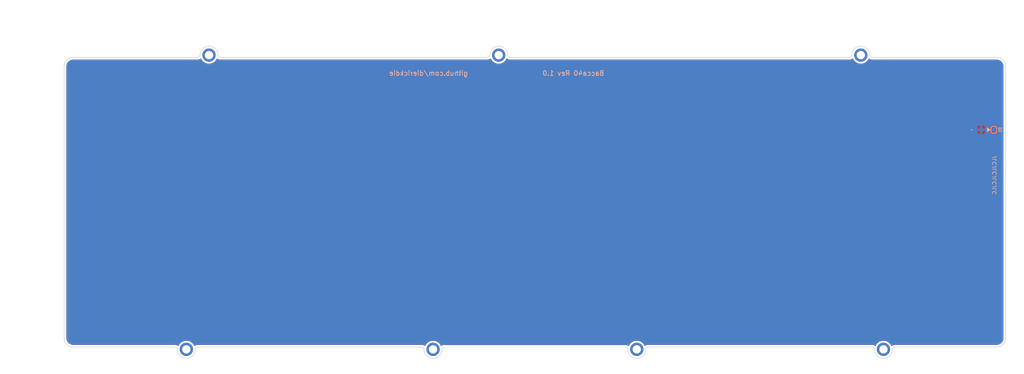
<source format=kicad_pcb>
(kicad_pcb (version 20171130) (host pcbnew "(5.1.10-1-10_14)")

  (general
    (thickness 1.6)
    (drawings 43)
    (tracks 2)
    (zones 0)
    (modules 8)
    (nets 3)
  )

  (page A3)
  (layers
    (0 F.Cu signal)
    (31 B.Cu signal)
    (32 B.Adhes user)
    (33 F.Adhes user)
    (34 B.Paste user)
    (35 F.Paste user)
    (36 B.SilkS user)
    (37 F.SilkS user)
    (38 B.Mask user)
    (39 F.Mask user)
    (40 Dwgs.User user)
    (41 Cmts.User user)
    (42 Eco1.User user)
    (43 Eco2.User user)
    (44 Edge.Cuts user)
    (45 Margin user)
    (46 B.CrtYd user)
    (47 F.CrtYd user)
    (48 B.Fab user hide)
    (49 F.Fab user hide)
  )

  (setup
    (last_trace_width 0.25)
    (user_trace_width 0.13)
    (user_trace_width 0.25)
    (user_trace_width 0.5)
    (user_trace_width 1)
    (trace_clearance 0.13)
    (zone_clearance 0.2)
    (zone_45_only no)
    (trace_min 0.13)
    (via_size 0.5)
    (via_drill 0.25)
    (via_min_size 0.5)
    (via_min_drill 0.25)
    (uvia_size 0.5)
    (uvia_drill 0.25)
    (uvias_allowed no)
    (uvia_min_size 0.2)
    (uvia_min_drill 0.1)
    (edge_width 0.05)
    (segment_width 0.05)
    (pcb_text_width 0.3)
    (pcb_text_size 1.5 1.5)
    (mod_edge_width 0.05)
    (mod_text_size 1 1)
    (mod_text_width 0.15)
    (pad_size 1 1.2)
    (pad_drill 0)
    (pad_to_mask_clearance 0)
    (aux_axis_origin 279.82341 78.56884)
    (grid_origin 279.82341 78.56892)
    (visible_elements 7FFFFFFF)
    (pcbplotparams
      (layerselection 0x010fc_ffffffff)
      (usegerberextensions false)
      (usegerberattributes false)
      (usegerberadvancedattributes false)
      (creategerberjobfile false)
      (excludeedgelayer true)
      (linewidth 0.100000)
      (plotframeref false)
      (viasonmask false)
      (mode 1)
      (useauxorigin false)
      (hpglpennumber 1)
      (hpglpenspeed 20)
      (hpglpendiameter 15.000000)
      (psnegative false)
      (psa4output false)
      (plotreference true)
      (plotvalue true)
      (plotinvisibletext false)
      (padsonsilk false)
      (subtractmaskfromsilk false)
      (outputformat 1)
      (mirror false)
      (drillshape 0)
      (scaleselection 1)
      (outputdirectory "Gerber/"))
  )

  (net 0 "")
  (net 1 GND)
  (net 2 "Net-(D1-Pad1)")

  (net_class Default "This is the default net class."
    (clearance 0.13)
    (trace_width 0.25)
    (via_dia 0.5)
    (via_drill 0.25)
    (uvia_dia 0.5)
    (uvia_drill 0.25)
    (add_net GND)
    (add_net "Net-(D1-Pad1)")
  )

  (net_class Thick ""
    (clearance 0.13)
    (trace_width 0.5)
    (via_dia 0.8)
    (via_drill 0.5)
    (uvia_dia 0.5)
    (uvia_drill 0.2)
  )

  (module random-keyboard-parts:Generic-Mounthole (layer F.Cu) (tedit 5C91B17B) (tstamp 61191106)
    (at 297.087458 117.2642)
    (path /6118F3BE)
    (attr virtual)
    (fp_text reference H6 (at 0 2) (layer Dwgs.User)
      (effects (font (size 1 1) (thickness 0.15)))
    )
    (fp_text value MountingHole (at 0 -2) (layer Dwgs.User)
      (effects (font (size 1 1) (thickness 0.15)))
    )
    (pad 1 thru_hole circle (at 0 0) (size 3.5 3.5) (drill 2.2) (layers *.Cu *.Mask))
  )

  (module random-keyboard-parts:Generic-Mounthole (layer F.Cu) (tedit 5C91B17B) (tstamp 61127125)
    (at 184.57349 39.87364)
    (path /6111B67C)
    (attr virtual)
    (fp_text reference H1 (at 0 2) (layer Dwgs.User)
      (effects (font (size 1 1) (thickness 0.15)))
    )
    (fp_text value MountingHole (at 0 -2) (layer Dwgs.User)
      (effects (font (size 1 1) (thickness 0.15)))
    )
    (pad 1 thru_hole circle (at 0 0) (size 3.5 3.5) (drill 2.2) (layers *.Cu *.Mask))
  )

  (module random-keyboard-parts:Generic-Mounthole (layer F.Cu) (tedit 5C91B17B) (tstamp 6112712A)
    (at 178.620178 117.264265)
    (path /6111B682)
    (attr virtual)
    (fp_text reference H2 (at 0 2) (layer Dwgs.User)
      (effects (font (size 1 1) (thickness 0.15)))
    )
    (fp_text value MountingHole (at 0 -2) (layer Dwgs.User)
      (effects (font (size 1 1) (thickness 0.15)))
    )
    (pad 1 thru_hole circle (at 0 0) (size 3.5 3.5) (drill 2.2) (layers *.Cu *.Mask))
  )

  (module random-keyboard-parts:Generic-Mounthole (layer F.Cu) (tedit 5C91B17B) (tstamp 6112712F)
    (at 260.773394 39.873575)
    (path /6111B688)
    (attr virtual)
    (fp_text reference H3 (at 0 2) (layer Dwgs.User)
      (effects (font (size 1 1) (thickness 0.15)))
    )
    (fp_text value MountingHole (at 0 -2) (layer Dwgs.User)
      (effects (font (size 1 1) (thickness 0.15)))
    )
    (pad 1 thru_hole circle (at 0 0) (size 3.5 3.5) (drill 2.2) (layers *.Cu *.Mask))
  )

  (module random-keyboard-parts:Generic-Mounthole (layer F.Cu) (tedit 5C91B17B) (tstamp 61127134)
    (at 243.509346 117.264265)
    (path /6111B68E)
    (attr virtual)
    (fp_text reference H4 (at 0 2) (layer Dwgs.User)
      (effects (font (size 1 1) (thickness 0.15)))
    )
    (fp_text value MountingHole (at 0 -2) (layer Dwgs.User)
      (effects (font (size 1 1) (thickness 0.15)))
    )
    (pad 1 thru_hole circle (at 0 0) (size 3.5 3.5) (drill 2.2) (layers *.Cu *.Mask))
  )

  (module random-keyboard-parts:Generic-Mounthole (layer F.Cu) (tedit 5C91B17B) (tstamp 61127139)
    (at 356.023474 39.873575)
    (path /6111B694)
    (attr virtual)
    (fp_text reference H5 (at 0 2) (layer Dwgs.User)
      (effects (font (size 1 1) (thickness 0.15)))
    )
    (fp_text value MountingHole (at 0 -2) (layer Dwgs.User)
      (effects (font (size 1 1) (thickness 0.15)))
    )
    (pad 1 thru_hole circle (at 0 0) (size 3.5 3.5) (drill 2.2) (layers *.Cu *.Mask))
  )

  (module random-keyboard-parts:Generic-Mounthole (layer F.Cu) (tedit 5C91B17B) (tstamp 6119079E)
    (at 361.976466 117.2642)
    (path /6111ADFF)
    (attr virtual)
    (fp_text reference H7 (at 0 2) (layer Dwgs.User)
      (effects (font (size 1 1) (thickness 0.15)))
    )
    (fp_text value MountingHole (at 0 -2) (layer Dwgs.User)
      (effects (font (size 1 1) (thickness 0.15)))
    )
    (pad 1 thru_hole circle (at 0 0) (size 3.5 3.5) (drill 2.2) (layers *.Cu *.Mask))
  )

  (module Keeb_footprints:D_SOD-123_modified (layer B.Cu) (tedit 5E24C673) (tstamp 60E7457D)
    (at 389.36137 59.51884 180)
    (descr SOD-123)
    (tags SOD-123)
    (path /60E9CF4B)
    (attr smd)
    (fp_text reference D1 (at -3.302 0 270) (layer B.SilkS)
      (effects (font (size 0.8 0.7) (thickness 0.15)) (justify mirror))
    )
    (fp_text value DIODE (at 0 -1.524) (layer B.Fab)
      (effects (font (size 0.5 0.5) (thickness 0.125)) (justify mirror))
    )
    (fp_poly (pts (xy -0.6858 0) (xy 0.1142 0.6) (xy 0.1142 -0.6)) (layer B.SilkS) (width 0.1))
    (fp_line (start -1.400038 -0.9) (end -1.9 -0.9) (layer B.SilkS) (width 0.2))
    (fp_line (start -2.4 0.4) (end -2.4 -0.4) (layer B.SilkS) (width 0.2))
    (fp_line (start -1.899962 0.9) (end -1.4 0.9) (layer B.SilkS) (width 0.2))
    (fp_line (start -0.9 0.4) (end -0.9 -0.4) (layer B.SilkS) (width 0.2))
    (fp_line (start -2.35 1.15) (end -2.35 -1.15) (layer B.CrtYd) (width 0.05))
    (fp_line (start 2.35 -1.15) (end -2.35 -1.15) (layer B.CrtYd) (width 0.05))
    (fp_line (start 2.35 1.15) (end 2.35 -1.15) (layer B.CrtYd) (width 0.05))
    (fp_line (start -2.35 1.15) (end 2.35 1.15) (layer B.CrtYd) (width 0.05))
    (fp_line (start -1.4 0.9) (end 1.4 0.9) (layer B.Fab) (width 0.1))
    (fp_line (start 1.4 0.9) (end 1.4 -0.9) (layer B.Fab) (width 0.1))
    (fp_line (start 1.4 -0.9) (end -1.4 -0.9) (layer B.Fab) (width 0.1))
    (fp_line (start -1.4 -0.9) (end -1.4 0.9) (layer B.Fab) (width 0.1))
    (fp_line (start -0.75 0) (end -0.35 0) (layer B.Fab) (width 0.1))
    (fp_line (start -0.35 0) (end -0.35 0.55) (layer B.Fab) (width 0.1))
    (fp_line (start -0.35 0) (end -0.35 -0.55) (layer B.Fab) (width 0.1))
    (fp_line (start -0.35 0) (end 0.25 0.4) (layer B.Fab) (width 0.1))
    (fp_line (start 0.25 0.4) (end 0.25 -0.4) (layer B.Fab) (width 0.1))
    (fp_line (start 0.25 -0.4) (end -0.35 0) (layer B.Fab) (width 0.1))
    (fp_line (start 0.25 0) (end 0.75 0) (layer B.Fab) (width 0.1))
    (fp_text user A (at 2 0) (layer B.Fab)
      (effects (font (size 1 1) (thickness 0.15)) (justify mirror))
    )
    (fp_text user K (at -2 0) (layer B.Fab)
      (effects (font (size 1 1) (thickness 0.15)) (justify mirror))
    )
    (fp_arc (start -1.4 -0.4) (end -1.4 -0.9) (angle 90) (layer B.SilkS) (width 0.2))
    (fp_arc (start -1.9 -0.4) (end -2.4 -0.4) (angle 90) (layer B.SilkS) (width 0.2))
    (fp_arc (start -1.9 0.4) (end -1.9 0.9) (angle 90) (layer B.SilkS) (width 0.2))
    (fp_arc (start -1.4 0.4) (end -0.9 0.4) (angle 90) (layer B.SilkS) (width 0.2))
    (fp_text user %R (at 0 1.397) (layer B.Fab)
      (effects (font (size 0.5 0.5) (thickness 0.125)) (justify mirror))
    )
    (pad 2 smd roundrect (at 1.65 0 180) (size 1 1.2) (layers B.Cu B.Paste B.Mask) (roundrect_rratio 0.25)
      (net 1 GND))
    (pad 1 smd roundrect (at -1.65 0 180) (size 1 1.2) (layers B.Cu B.Paste B.Mask) (roundrect_rratio 0.25)
      (net 2 "Net-(D1-Pad1)"))
    (model ${KISYS3DMOD}/Diode_SMD.3dshapes/D_SOD-123.wrl
      (at (xyz 0 0 0))
      (scale (xyz 1 1 1))
      (rotate (xyz 0 0 0))
    )
  )

  (gr_line (start 294.110898 116.668888) (end 246.485911 116.668952) (layer Edge.Cuts) (width 0.05) (tstamp 61191901))
  (gr_arc (start 294.110898 117.264201) (end 294.706211 117.264201) (angle -90) (layer Edge.Cuts) (width 0.15) (tstamp 611918FA))
  (gr_arc (start 300.064028 117.264201) (end 300.064028 116.668888) (angle -90) (layer Edge.Cuts) (width 0.15) (tstamp 611918F9))
  (gr_arc (start 297.087463 117.264201) (end 294.706211 117.264201) (angle -180) (layer Edge.Cuts) (width 0.15) (tstamp 611918F8))
  (dimension 16.668736 (width 0.05) (layer Dwgs.User)
    (gr_text "16.669 mm" (at 361.976466 122.631384) (layer Dwgs.User)
      (effects (font (size 1 1) (thickness 0.15)))
    )
    (feature1 (pts (xy 370.310834 116.668888) (xy 370.310834 122.017805)))
    (feature2 (pts (xy 353.642098 116.668888) (xy 353.642098 122.017805)))
    (crossbar (pts (xy 353.642098 121.431384) (xy 370.310834 121.431384)))
    (arrow1a (pts (xy 370.310834 121.431384) (xy 369.18433 122.017805)))
    (arrow1b (pts (xy 370.310834 121.431384) (xy 369.18433 120.844963)))
    (arrow2a (pts (xy 353.642098 121.431384) (xy 354.768602 122.017805)))
    (arrow2b (pts (xy 353.642098 121.431384) (xy 354.768602 120.844963)))
  )
  (gr_arc (start 257.796829 39.873575) (end 257.796829 40.468888) (angle -90) (layer Edge.Cuts) (width 0.15) (tstamp 61123FB7))
  (gr_arc (start 263.749959 39.873575) (end 263.154646 39.873575) (angle -90) (layer Edge.Cuts) (width 0.15) (tstamp 61123FB6))
  (gr_arc (start 353.046909 39.873575) (end 353.046909 40.468888) (angle -90) (layer Edge.Cuts) (width 0.15) (tstamp 61123FB7))
  (gr_arc (start 359.000039 39.873575) (end 358.404726 39.873575) (angle -90) (layer Edge.Cuts) (width 0.15) (tstamp 61123FB6))
  (dimension 252.41356 (width 0.15) (layer Dwgs.User)
    (gr_text "252.414 mm" (at 272.67963 26.072002) (layer Dwgs.User)
      (effects (font (size 1 1) (thickness 0.15)))
    )
    (feature1 (pts (xy 398.88641 42.85002) (xy 398.88641 26.785581)))
    (feature2 (pts (xy 146.47285 42.85002) (xy 146.47285 26.785581)))
    (crossbar (pts (xy 146.47285 27.372002) (xy 398.88641 27.372002)))
    (arrow1a (pts (xy 398.88641 27.372002) (xy 397.759906 27.958423)))
    (arrow1b (pts (xy 398.88641 27.372002) (xy 397.759906 26.785581)))
    (arrow2a (pts (xy 146.47285 27.372002) (xy 147.599354 27.958423)))
    (arrow2b (pts (xy 146.47285 27.372002) (xy 147.599354 26.785581)))
  )
  (dimension 76.20032 (width 0.15) (layer Dwgs.User)
    (gr_text "76.200 mm" (at 139.220168 78.56892 90) (layer Dwgs.User)
      (effects (font (size 1 1) (thickness 0.15)))
    )
    (feature1 (pts (xy 148.85411 40.46876) (xy 139.933747 40.46876)))
    (feature2 (pts (xy 148.85411 116.66908) (xy 139.933747 116.66908)))
    (crossbar (pts (xy 140.520168 116.66908) (xy 140.520168 40.46876)))
    (arrow1a (pts (xy 140.520168 40.46876) (xy 141.106589 41.595264)))
    (arrow1b (pts (xy 140.520168 40.46876) (xy 139.933747 41.595264)))
    (arrow2a (pts (xy 140.520168 116.66908) (xy 141.106589 115.542576)))
    (arrow2b (pts (xy 140.520168 116.66908) (xy 139.933747 115.542576)))
  )
  (dimension 82.153194 (width 0.15) (layer Dwgs.User)
    (gr_text "82.153 mm" (at 133.267038 78.56892 90) (layer Dwgs.User)
      (effects (font (size 1 1) (thickness 0.15)))
    )
    (feature1 (pts (xy 145.282672 119.645517) (xy 133.980617 119.645517)))
    (feature2 (pts (xy 145.282672 37.492323) (xy 133.980617 37.492323)))
    (crossbar (pts (xy 134.567038 37.492323) (xy 134.567038 119.645517)))
    (arrow1a (pts (xy 134.567038 119.645517) (xy 133.980617 118.519013)))
    (arrow1b (pts (xy 134.567038 119.645517) (xy 135.153459 118.519013)))
    (arrow2a (pts (xy 134.567038 37.492323) (xy 133.980617 38.618827)))
    (arrow2b (pts (xy 134.567038 37.492323) (xy 135.153459 38.618827)))
  )
  (gr_line (start 364.953026 116.669132) (end 391.742666 116.66926) (layer Edge.Cuts) (width 0.15) (tstamp 6118C4D6))
  (gr_arc (start 361.976662 117.264445) (end 359.59541 117.264445) (angle -180) (layer Edge.Cuts) (width 0.15) (tstamp 61190798))
  (gr_arc (start 364.953227 117.264445) (end 364.953227 116.669132) (angle -90) (layer Edge.Cuts) (width 0.15) (tstamp 61190795))
  (gr_arc (start 359.000097 117.264445) (end 359.59541 117.264445) (angle -90) (layer Edge.Cuts) (width 0.15) (tstamp 61190792))
  (gr_line (start 359.000039 40.468888) (end 391.742534 40.46876) (layer Edge.Cuts) (width 0.15) (tstamp 61123FE6))
  (gr_line (start 263.749959 40.468888) (end 353.046909 40.468888) (layer Edge.Cuts) (width 0.15) (tstamp 61123FE5))
  (gr_line (start 187.549863 40.468888) (end 257.796829 40.468888) (layer Edge.Cuts) (width 0.15) (tstamp 61123FE4))
  (gr_line (start 148.85411 40.46876) (end 181.596733 40.468888) (layer Edge.Cuts) (width 0.15) (tstamp 61123FE3))
  (gr_line (start 175.643613 116.668952) (end 148.85411 116.66908) (layer Edge.Cuts) (width 0.15) (tstamp 6118EFED))
  (gr_line (start 240.532781 116.668952) (end 181.596743 116.668952) (layer Edge.Cuts) (width 0.15) (tstamp 61123FE0))
  (gr_line (start 359.000097 116.669132) (end 300.064028 116.668888) (layer Edge.Cuts) (width 0.15) (tstamp 61123FDF))
  (gr_arc (start 243.509346 117.264265) (end 241.128094 117.264265) (angle -180) (layer Edge.Cuts) (width 0.15) (tstamp 61123FB8))
  (gr_arc (start 246.485911 117.264265) (end 246.485911 116.668952) (angle -90) (layer Edge.Cuts) (width 0.15) (tstamp 61123FB7))
  (gr_arc (start 240.532781 117.264265) (end 241.128094 117.264265) (angle -90) (layer Edge.Cuts) (width 0.15) (tstamp 61123FB6))
  (gr_arc (start 178.620178 117.264265) (end 176.238926 117.264265) (angle -180) (layer Edge.Cuts) (width 0.15) (tstamp 61123FB8))
  (gr_arc (start 181.596743 117.264265) (end 181.596743 116.668952) (angle -90) (layer Edge.Cuts) (width 0.15) (tstamp 61123FB7))
  (gr_arc (start 175.643613 117.264265) (end 176.238926 117.264265) (angle -90) (layer Edge.Cuts) (width 0.15) (tstamp 61123FB6))
  (gr_arc (start 184.573298 39.873575) (end 186.95455 39.873575) (angle -180) (layer Edge.Cuts) (width 0.15) (tstamp 61123FB8))
  (gr_arc (start 181.596733 39.873575) (end 181.596733 40.468888) (angle -90) (layer Edge.Cuts) (width 0.15) (tstamp 61123FB7))
  (gr_arc (start 187.549863 39.873575) (end 186.95455 39.873575) (angle -90) (layer Edge.Cuts) (width 0.15) (tstamp 61123FB6))
  (gr_arc (start 260.773394 39.873575) (end 263.154646 39.873575) (angle -180) (layer Edge.Cuts) (width 0.15) (tstamp 61123FB8))
  (gr_arc (start 356.023474 39.873575) (end 358.404726 39.873575) (angle -180) (layer Edge.Cuts) (width 0.15) (tstamp 61123FB8))
  (gr_line (start 146.47285 42.85002) (end 146.47285 114.28782) (layer Edge.Cuts) (width 0.15) (tstamp 60E6D1CF))
  (gr_line (start 394.123326 114.28782) (end 394.123326 42.85002) (layer Edge.Cuts) (width 0.15) (tstamp 6118C4D9))
  (gr_arc (start 391.742066 42.85002) (end 394.123326 42.85002) (angle -90) (layer Edge.Cuts) (width 0.15) (tstamp 60E69766))
  (gr_arc (start 391.742666 114.288) (end 391.742666 116.66926) (angle -90) (layer Edge.Cuts) (width 0.15) (tstamp 6118C4CA))
  (gr_arc (start 148.85411 114.28782) (end 146.47285 114.28782) (angle -90) (layer Edge.Cuts) (width 0.15) (tstamp 60E69766))
  (gr_arc (start 148.85411 42.85002) (end 148.85411 40.46876) (angle -90) (layer Edge.Cuts) (width 0.15))
  (gr_text JLCJLCJLCJLC (at 391.146754 71.425176 90) (layer B.SilkS) (tstamp 6118E677)
    (effects (font (size 1 1) (thickness 0.15)) (justify mirror))
  )
  (gr_text github.com/dierickdie (at 242.31869 44.636104) (layer B.SilkS)
    (effects (font (size 1.25 1.25) (thickness 0.2)) (justify mirror))
  )
  (gr_text "Bacca40 Rev 1.0" (at 280.418722 44.636104) (layer B.SilkS) (tstamp 5E3EC61C)
    (effects (font (size 1.25 1.25) (thickness 0.2)) (justify mirror))
  )

  (via (at 385.194165 59.51884) (size 0.5) (drill 0.25) (layers F.Cu B.Cu) (net 1))
  (segment (start 387.71137 59.51884) (end 385.194165 59.51884) (width 0.25) (layer B.Cu) (net 1))

  (zone (net 1) (net_name GND) (layer F.Cu) (tstamp 6111FB5B) (hatch edge 0.508)
    (connect_pads (clearance 0.508))
    (min_thickness 0.254)
    (fill yes (arc_segments 32) (thermal_gap 0.508) (thermal_bridge_width 0.508))
    (polygon
      (pts
        (xy 398.88581 34.515758) (xy 398.88581 123.812708) (xy 142.90096 123.81286) (xy 142.90096 34.51561)
      )
    )
    (filled_polygon
      (pts
        (xy 182.45993 41.003361) (xy 182.72094 41.393989) (xy 183.053141 41.72619) (xy 183.443769 41.9872) (xy 183.877811 42.166986)
        (xy 184.338588 42.25864) (xy 184.808392 42.25864) (xy 185.269169 42.166986) (xy 185.703211 41.9872) (xy 186.093839 41.72619)
        (xy 186.42604 41.393989) (xy 186.68705 41.003361) (xy 186.734344 40.889183) (xy 186.771683 40.919636) (xy 186.82527 40.955238)
        (xy 186.878379 40.991603) (xy 186.887099 40.996318) (xy 186.989685 41.050863) (xy 187.049148 41.075371) (xy 187.108325 41.100735)
        (xy 187.117795 41.103666) (xy 187.229021 41.137247) (xy 187.292115 41.14974) (xy 187.355088 41.163125) (xy 187.364947 41.164161)
        (xy 187.480295 41.175471) (xy 187.514986 41.178888) (xy 257.831706 41.178888) (xy 257.861779 41.175926) (xy 257.865331 41.175951)
        (xy 257.875197 41.174984) (xy 257.93257 41.168954) (xy 257.936013 41.168615) (xy 257.936128 41.16858) (xy 257.990744 41.16284)
        (xy 258.053767 41.149904) (xy 258.116997 41.137842) (xy 258.126477 41.134979) (xy 258.126482 41.134978) (xy 258.126486 41.134976)
        (xy 258.237476 41.100619) (xy 258.296757 41.0757) (xy 258.35646 41.051578) (xy 258.365213 41.046924) (xy 258.467415 40.991663)
        (xy 258.520732 40.955701) (xy 258.574613 40.920442) (xy 258.582295 40.914177) (xy 258.612552 40.889146) (xy 258.659834 41.003296)
        (xy 258.920844 41.393924) (xy 259.253045 41.726125) (xy 259.643673 41.987135) (xy 260.077715 42.166921) (xy 260.538492 42.258575)
        (xy 261.008296 42.258575) (xy 261.469073 42.166921) (xy 261.903115 41.987135) (xy 262.293743 41.726125) (xy 262.625944 41.393924)
        (xy 262.886954 41.003296) (xy 262.934276 40.88905) (xy 262.971779 40.919636) (xy 263.025366 40.955238) (xy 263.078475 40.991603)
        (xy 263.087195 40.996318) (xy 263.189781 41.050863) (xy 263.249244 41.075371) (xy 263.308421 41.100735) (xy 263.317891 41.103666)
        (xy 263.429117 41.137247) (xy 263.492211 41.14974) (xy 263.555184 41.163125) (xy 263.565043 41.164161) (xy 263.680391 41.175471)
        (xy 263.715082 41.178888) (xy 353.081786 41.178888) (xy 353.111859 41.175926) (xy 353.115411 41.175951) (xy 353.125277 41.174984)
        (xy 353.18265 41.168954) (xy 353.186093 41.168615) (xy 353.186208 41.16858) (xy 353.240824 41.16284) (xy 353.303847 41.149904)
        (xy 353.367077 41.137842) (xy 353.376557 41.134979) (xy 353.376562 41.134978) (xy 353.376566 41.134976) (xy 353.487556 41.100619)
        (xy 353.546837 41.0757) (xy 353.60654 41.051578) (xy 353.615293 41.046924) (xy 353.717495 40.991663) (xy 353.770812 40.955701)
        (xy 353.824693 40.920442) (xy 353.832375 40.914177) (xy 353.862632 40.889146) (xy 353.909914 41.003296) (xy 354.170924 41.393924)
        (xy 354.503125 41.726125) (xy 354.893753 41.987135) (xy 355.327795 42.166921) (xy 355.788572 42.258575) (xy 356.258376 42.258575)
        (xy 356.719153 42.166921) (xy 357.153195 41.987135) (xy 357.543823 41.726125) (xy 357.876024 41.393924) (xy 358.137034 41.003296)
        (xy 358.184356 40.88905) (xy 358.221859 40.919636) (xy 358.275446 40.955238) (xy 358.328555 40.991603) (xy 358.337275 40.996318)
        (xy 358.439861 41.050863) (xy 358.499324 41.075371) (xy 358.558501 41.100735) (xy 358.567971 41.103666) (xy 358.679197 41.137247)
        (xy 358.742291 41.14974) (xy 358.805264 41.163125) (xy 358.815123 41.164161) (xy 358.930753 41.175499) (xy 358.930755 41.175499)
        (xy 358.965165 41.178888) (xy 391.707338 41.178759) (xy 392.066017 41.213928) (xy 392.377637 41.308012) (xy 392.665044 41.460828)
        (xy 392.917291 41.666557) (xy 393.12478 41.917367) (xy 393.2796 42.203701) (xy 393.375856 42.514654) (xy 393.413327 42.871163)
        (xy 393.413326 114.259399) (xy 393.378758 114.611952) (xy 393.284674 114.92357) (xy 393.131856 115.210979) (xy 392.926129 115.463225)
        (xy 392.675319 115.670714) (xy 392.388985 115.825534) (xy 392.078032 115.92179) (xy 391.721526 115.959261) (xy 364.918153 115.959132)
        (xy 364.888093 115.962093) (xy 364.884725 115.962069) (xy 364.874859 115.963036) (xy 364.820413 115.968758) (xy 364.813846 115.969405)
        (xy 364.813627 115.969471) (xy 364.759311 115.97518) (xy 364.696281 115.988118) (xy 364.633059 116.000178) (xy 364.623579 116.003041)
        (xy 364.623574 116.003042) (xy 364.623572 116.003043) (xy 364.623569 116.003044) (xy 364.51258 116.037401) (xy 364.453299 116.06232)
        (xy 364.393596 116.086442) (xy 364.384843 116.091096) (xy 364.282641 116.146356) (xy 364.229298 116.182337) (xy 364.175443 116.217578)
        (xy 364.167761 116.223843) (xy 364.137434 116.248932) (xy 364.090026 116.134479) (xy 363.829016 115.743851) (xy 363.496815 115.41165)
        (xy 363.106187 115.15064) (xy 362.672145 114.970854) (xy 362.211368 114.8792) (xy 361.741564 114.8792) (xy 361.280787 114.970854)
        (xy 360.846745 115.15064) (xy 360.456117 115.41165) (xy 360.123916 115.743851) (xy 359.862906 116.134479) (xy 359.815557 116.248789)
        (xy 359.778277 116.218384) (xy 359.724724 116.182804) (xy 359.671582 116.146417) (xy 359.662861 116.141702) (xy 359.560276 116.087157)
        (xy 359.500799 116.062643) (xy 359.441635 116.037285) (xy 359.432165 116.034354) (xy 359.320939 116.000773) (xy 359.257846 115.988281)
        (xy 359.194873 115.974895) (xy 359.185014 115.973859) (xy 359.069383 115.962521) (xy 359.069376 115.962521) (xy 359.034976 115.959133)
        (xy 300.029154 115.958888) (xy 299.999081 115.96185) (xy 299.995526 115.961825) (xy 299.98566 115.962792) (xy 299.928235 115.968827)
        (xy 299.924847 115.969161) (xy 299.924734 115.969195) (xy 299.870112 115.974936) (xy 299.807082 115.987874) (xy 299.74386 115.999934)
        (xy 299.73438 116.002797) (xy 299.734375 116.002798) (xy 299.734373 116.002799) (xy 299.73437 116.0028) (xy 299.623381 116.037157)
        (xy 299.5641 116.062076) (xy 299.504397 116.086198) (xy 299.495644 116.090852) (xy 299.393442 116.146112) (xy 299.340099 116.182093)
        (xy 299.286244 116.217334) (xy 299.278562 116.223599) (xy 299.248302 116.248632) (xy 299.201018 116.134479) (xy 298.940008 115.743851)
        (xy 298.607807 115.41165) (xy 298.217179 115.15064) (xy 297.783137 114.970854) (xy 297.32236 114.8792) (xy 296.852556 114.8792)
        (xy 296.391779 114.970854) (xy 295.957737 115.15064) (xy 295.567109 115.41165) (xy 295.234908 115.743851) (xy 294.973898 116.134479)
        (xy 294.926577 116.248723) (xy 294.889078 116.21814) (xy 294.835525 116.18256) (xy 294.782383 116.146173) (xy 294.773662 116.141458)
        (xy 294.671077 116.086913) (xy 294.6116 116.062399) (xy 294.552436 116.037041) (xy 294.542966 116.03411) (xy 294.43174 116.000529)
        (xy 294.368647 115.988037) (xy 294.305674 115.974651) (xy 294.295815 115.973615) (xy 294.180184 115.962277) (xy 294.041617 115.962277)
        (xy 293.905688 115.98919) (xy 293.857896 116.008888) (xy 246.742795 116.008953) (xy 246.712525 115.999471) (xy 246.691711 115.990721)
        (xy 246.671063 115.986482) (xy 246.63102 115.973939) (xy 246.586338 115.96909) (xy 246.555973 115.962857) (xy 246.527034 115.962655)
        (xy 246.493262 115.95899) (xy 246.483348 115.958957) (xy 246.479192 115.958972) (xy 246.44838 115.962105) (xy 246.417409 115.961889)
        (xy 246.407543 115.962856) (xy 246.291995 115.975) (xy 246.228965 115.987938) (xy 246.165743 115.999998) (xy 246.156263 116.002861)
        (xy 246.156258 116.002862) (xy 246.156256 116.002863) (xy 246.156253 116.002864) (xy 246.045264 116.037221) (xy 245.985983 116.06214)
        (xy 245.92628 116.086262) (xy 245.917527 116.090916) (xy 245.815325 116.146176) (xy 245.761982 116.182157) (xy 245.708127 116.217398)
        (xy 245.700445 116.223663) (xy 245.670188 116.248694) (xy 245.622906 116.134544) (xy 245.361896 115.743916) (xy 245.029695 115.411715)
        (xy 244.639067 115.150705) (xy 244.205025 114.970919) (xy 243.744248 114.879265) (xy 243.274444 114.879265) (xy 242.813667 114.970919)
        (xy 242.379625 115.150705) (xy 241.988997 115.411715) (xy 241.656796 115.743916) (xy 241.395786 116.134544) (xy 241.348464 116.24879)
        (xy 241.310961 116.218204) (xy 241.257408 116.182624) (xy 241.204266 116.146237) (xy 241.195545 116.141522) (xy 241.09296 116.086977)
        (xy 241.033483 116.062463) (xy 240.974319 116.037105) (xy 240.964849 116.034174) (xy 240.853623 116.000593) (xy 240.79053 115.988101)
        (xy 240.727557 115.974715) (xy 240.717698 115.973679) (xy 240.602348 115.962369) (xy 240.567658 115.958952) (xy 181.561866 115.958952)
        (xy 181.531793 115.961914) (xy 181.528241 115.961889) (xy 181.518375 115.962856) (xy 181.460994 115.968887) (xy 181.457559 115.969225)
        (xy 181.457444 115.96926) (xy 181.402827 115.975) (xy 181.339797 115.987938) (xy 181.276575 115.999998) (xy 181.267095 116.002861)
        (xy 181.26709 116.002862) (xy 181.267088 116.002863) (xy 181.267085 116.002864) (xy 181.156096 116.037221) (xy 181.096815 116.06214)
        (xy 181.037112 116.086262) (xy 181.028359 116.090916) (xy 180.926157 116.146176) (xy 180.872814 116.182157) (xy 180.818959 116.217398)
        (xy 180.811277 116.223663) (xy 180.78102 116.248694) (xy 180.733738 116.134544) (xy 180.472728 115.743916) (xy 180.140527 115.411715)
        (xy 179.749899 115.150705) (xy 179.315857 114.970919) (xy 178.85508 114.879265) (xy 178.385276 114.879265) (xy 177.924499 114.970919)
        (xy 177.490457 115.150705) (xy 177.099829 115.411715) (xy 176.767628 115.743916) (xy 176.506618 116.134544) (xy 176.459296 116.24879)
        (xy 176.421793 116.218204) (xy 176.36824 116.182624) (xy 176.315098 116.146237) (xy 176.306377 116.141522) (xy 176.203792 116.086977)
        (xy 176.144315 116.062463) (xy 176.085151 116.037105) (xy 176.075681 116.034174) (xy 175.964455 116.000593) (xy 175.901362 115.988101)
        (xy 175.838389 115.974715) (xy 175.82853 115.973679) (xy 175.712899 115.962341) (xy 175.712896 115.962341) (xy 175.678486 115.958952)
        (xy 148.888837 115.959081) (xy 148.530158 115.923912) (xy 148.21854 115.829828) (xy 147.931131 115.67701) (xy 147.678885 115.471283)
        (xy 147.471396 115.220473) (xy 147.316576 114.934139) (xy 147.22032 114.623186) (xy 147.18285 114.266687) (xy 147.18285 42.884741)
        (xy 147.218018 42.526069) (xy 147.312102 42.214449) (xy 147.464918 41.927042) (xy 147.670647 41.674795) (xy 147.921457 41.467306)
        (xy 148.207791 41.312486) (xy 148.518744 41.21623) (xy 148.875251 41.178759) (xy 181.631607 41.178888) (xy 181.66168 41.175926)
        (xy 181.665235 41.175951) (xy 181.675101 41.174984) (xy 181.732518 41.168949) (xy 181.735914 41.168615) (xy 181.736027 41.168581)
        (xy 181.790648 41.16284) (xy 181.853671 41.149904) (xy 181.916901 41.137842) (xy 181.926381 41.134979) (xy 181.926386 41.134978)
        (xy 181.92639 41.134976) (xy 182.03738 41.100619) (xy 182.096661 41.0757) (xy 182.156364 41.051578) (xy 182.165117 41.046924)
        (xy 182.267319 40.991663) (xy 182.320636 40.955701) (xy 182.374517 40.920442) (xy 182.382199 40.914177) (xy 182.412579 40.889045)
      )
    )
  )
  (zone (net 1) (net_name GND) (layer B.Cu) (tstamp 6111FB5E) (hatch edge 0.508)
    (connect_pads (clearance 0.508))
    (min_thickness 0.254)
    (fill yes (arc_segments 32) (thermal_gap 0.508) (thermal_bridge_width 0.508))
    (polygon
      (pts
        (xy 398.88581 34.51561) (xy 398.88581 123.81286) (xy 142.90096 123.81286) (xy 142.90096 34.51561)
      )
    )
    (filled_polygon
      (pts
        (xy 182.45993 41.003361) (xy 182.72094 41.393989) (xy 183.053141 41.72619) (xy 183.443769 41.9872) (xy 183.877811 42.166986)
        (xy 184.338588 42.25864) (xy 184.808392 42.25864) (xy 185.269169 42.166986) (xy 185.703211 41.9872) (xy 186.093839 41.72619)
        (xy 186.42604 41.393989) (xy 186.68705 41.003361) (xy 186.734344 40.889183) (xy 186.771683 40.919636) (xy 186.82527 40.955238)
        (xy 186.878379 40.991603) (xy 186.887099 40.996318) (xy 186.989685 41.050863) (xy 187.049148 41.075371) (xy 187.108325 41.100735)
        (xy 187.117795 41.103666) (xy 187.229021 41.137247) (xy 187.292115 41.14974) (xy 187.355088 41.163125) (xy 187.364947 41.164161)
        (xy 187.480295 41.175471) (xy 187.514986 41.178888) (xy 257.831706 41.178888) (xy 257.861779 41.175926) (xy 257.865331 41.175951)
        (xy 257.875197 41.174984) (xy 257.93257 41.168954) (xy 257.936013 41.168615) (xy 257.936128 41.16858) (xy 257.990744 41.16284)
        (xy 258.053767 41.149904) (xy 258.116997 41.137842) (xy 258.126477 41.134979) (xy 258.126482 41.134978) (xy 258.126486 41.134976)
        (xy 258.237476 41.100619) (xy 258.296757 41.0757) (xy 258.35646 41.051578) (xy 258.365213 41.046924) (xy 258.467415 40.991663)
        (xy 258.520732 40.955701) (xy 258.574613 40.920442) (xy 258.582295 40.914177) (xy 258.612552 40.889146) (xy 258.659834 41.003296)
        (xy 258.920844 41.393924) (xy 259.253045 41.726125) (xy 259.643673 41.987135) (xy 260.077715 42.166921) (xy 260.538492 42.258575)
        (xy 261.008296 42.258575) (xy 261.469073 42.166921) (xy 261.903115 41.987135) (xy 262.293743 41.726125) (xy 262.625944 41.393924)
        (xy 262.886954 41.003296) (xy 262.934276 40.88905) (xy 262.971779 40.919636) (xy 263.025366 40.955238) (xy 263.078475 40.991603)
        (xy 263.087195 40.996318) (xy 263.189781 41.050863) (xy 263.249244 41.075371) (xy 263.308421 41.100735) (xy 263.317891 41.103666)
        (xy 263.429117 41.137247) (xy 263.492211 41.14974) (xy 263.555184 41.163125) (xy 263.565043 41.164161) (xy 263.680391 41.175471)
        (xy 263.715082 41.178888) (xy 353.081786 41.178888) (xy 353.111859 41.175926) (xy 353.115411 41.175951) (xy 353.125277 41.174984)
        (xy 353.18265 41.168954) (xy 353.186093 41.168615) (xy 353.186208 41.16858) (xy 353.240824 41.16284) (xy 353.303847 41.149904)
        (xy 353.367077 41.137842) (xy 353.376557 41.134979) (xy 353.376562 41.134978) (xy 353.376566 41.134976) (xy 353.487556 41.100619)
        (xy 353.546837 41.0757) (xy 353.60654 41.051578) (xy 353.615293 41.046924) (xy 353.717495 40.991663) (xy 353.770812 40.955701)
        (xy 353.824693 40.920442) (xy 353.832375 40.914177) (xy 353.862632 40.889146) (xy 353.909914 41.003296) (xy 354.170924 41.393924)
        (xy 354.503125 41.726125) (xy 354.893753 41.987135) (xy 355.327795 42.166921) (xy 355.788572 42.258575) (xy 356.258376 42.258575)
        (xy 356.719153 42.166921) (xy 357.153195 41.987135) (xy 357.543823 41.726125) (xy 357.876024 41.393924) (xy 358.137034 41.003296)
        (xy 358.184356 40.88905) (xy 358.221859 40.919636) (xy 358.275446 40.955238) (xy 358.328555 40.991603) (xy 358.337275 40.996318)
        (xy 358.439861 41.050863) (xy 358.499324 41.075371) (xy 358.558501 41.100735) (xy 358.567971 41.103666) (xy 358.679197 41.137247)
        (xy 358.742291 41.14974) (xy 358.805264 41.163125) (xy 358.815123 41.164161) (xy 358.930753 41.175499) (xy 358.930755 41.175499)
        (xy 358.965165 41.178888) (xy 391.707338 41.178759) (xy 392.066017 41.213928) (xy 392.377637 41.308012) (xy 392.665044 41.460828)
        (xy 392.917291 41.666557) (xy 393.12478 41.917367) (xy 393.2796 42.203701) (xy 393.375856 42.514654) (xy 393.413327 42.871163)
        (xy 393.413326 114.259399) (xy 393.378758 114.611952) (xy 393.284674 114.92357) (xy 393.131856 115.210979) (xy 392.926129 115.463225)
        (xy 392.675319 115.670714) (xy 392.388985 115.825534) (xy 392.078032 115.92179) (xy 391.721526 115.959261) (xy 364.918153 115.959132)
        (xy 364.888093 115.962093) (xy 364.884725 115.962069) (xy 364.874859 115.963036) (xy 364.820413 115.968758) (xy 364.813846 115.969405)
        (xy 364.813627 115.969471) (xy 364.759311 115.97518) (xy 364.696281 115.988118) (xy 364.633059 116.000178) (xy 364.623579 116.003041)
        (xy 364.623574 116.003042) (xy 364.623572 116.003043) (xy 364.623569 116.003044) (xy 364.51258 116.037401) (xy 364.453299 116.06232)
        (xy 364.393596 116.086442) (xy 364.384843 116.091096) (xy 364.282641 116.146356) (xy 364.229298 116.182337) (xy 364.175443 116.217578)
        (xy 364.167761 116.223843) (xy 364.137434 116.248932) (xy 364.090026 116.134479) (xy 363.829016 115.743851) (xy 363.496815 115.41165)
        (xy 363.106187 115.15064) (xy 362.672145 114.970854) (xy 362.211368 114.8792) (xy 361.741564 114.8792) (xy 361.280787 114.970854)
        (xy 360.846745 115.15064) (xy 360.456117 115.41165) (xy 360.123916 115.743851) (xy 359.862906 116.134479) (xy 359.815557 116.248789)
        (xy 359.778277 116.218384) (xy 359.724724 116.182804) (xy 359.671582 116.146417) (xy 359.662861 116.141702) (xy 359.560276 116.087157)
        (xy 359.500799 116.062643) (xy 359.441635 116.037285) (xy 359.432165 116.034354) (xy 359.320939 116.000773) (xy 359.257846 115.988281)
        (xy 359.194873 115.974895) (xy 359.185014 115.973859) (xy 359.069383 115.962521) (xy 359.069376 115.962521) (xy 359.034976 115.959133)
        (xy 300.029154 115.958888) (xy 299.999081 115.96185) (xy 299.995526 115.961825) (xy 299.98566 115.962792) (xy 299.928235 115.968827)
        (xy 299.924847 115.969161) (xy 299.924734 115.969195) (xy 299.870112 115.974936) (xy 299.807082 115.987874) (xy 299.74386 115.999934)
        (xy 299.73438 116.002797) (xy 299.734375 116.002798) (xy 299.734373 116.002799) (xy 299.73437 116.0028) (xy 299.623381 116.037157)
        (xy 299.5641 116.062076) (xy 299.504397 116.086198) (xy 299.495644 116.090852) (xy 299.393442 116.146112) (xy 299.340099 116.182093)
        (xy 299.286244 116.217334) (xy 299.278562 116.223599) (xy 299.248302 116.248632) (xy 299.201018 116.134479) (xy 298.940008 115.743851)
        (xy 298.607807 115.41165) (xy 298.217179 115.15064) (xy 297.783137 114.970854) (xy 297.32236 114.8792) (xy 296.852556 114.8792)
        (xy 296.391779 114.970854) (xy 295.957737 115.15064) (xy 295.567109 115.41165) (xy 295.234908 115.743851) (xy 294.973898 116.134479)
        (xy 294.926577 116.248723) (xy 294.889078 116.21814) (xy 294.835525 116.18256) (xy 294.782383 116.146173) (xy 294.773662 116.141458)
        (xy 294.671077 116.086913) (xy 294.6116 116.062399) (xy 294.552436 116.037041) (xy 294.542966 116.03411) (xy 294.43174 116.000529)
        (xy 294.368647 115.988037) (xy 294.305674 115.974651) (xy 294.295815 115.973615) (xy 294.180184 115.962277) (xy 294.041617 115.962277)
        (xy 293.905688 115.98919) (xy 293.857896 116.008888) (xy 246.742795 116.008953) (xy 246.712525 115.999471) (xy 246.691711 115.990721)
        (xy 246.671063 115.986482) (xy 246.63102 115.973939) (xy 246.586338 115.96909) (xy 246.555973 115.962857) (xy 246.527034 115.962655)
        (xy 246.493262 115.95899) (xy 246.483348 115.958957) (xy 246.479192 115.958972) (xy 246.44838 115.962105) (xy 246.417409 115.961889)
        (xy 246.407543 115.962856) (xy 246.291995 115.975) (xy 246.228965 115.987938) (xy 246.165743 115.999998) (xy 246.156263 116.002861)
        (xy 246.156258 116.002862) (xy 246.156256 116.002863) (xy 246.156253 116.002864) (xy 246.045264 116.037221) (xy 245.985983 116.06214)
        (xy 245.92628 116.086262) (xy 245.917527 116.090916) (xy 245.815325 116.146176) (xy 245.761982 116.182157) (xy 245.708127 116.217398)
        (xy 245.700445 116.223663) (xy 245.670188 116.248694) (xy 245.622906 116.134544) (xy 245.361896 115.743916) (xy 245.029695 115.411715)
        (xy 244.639067 115.150705) (xy 244.205025 114.970919) (xy 243.744248 114.879265) (xy 243.274444 114.879265) (xy 242.813667 114.970919)
        (xy 242.379625 115.150705) (xy 241.988997 115.411715) (xy 241.656796 115.743916) (xy 241.395786 116.134544) (xy 241.348464 116.24879)
        (xy 241.310961 116.218204) (xy 241.257408 116.182624) (xy 241.204266 116.146237) (xy 241.195545 116.141522) (xy 241.09296 116.086977)
        (xy 241.033483 116.062463) (xy 240.974319 116.037105) (xy 240.964849 116.034174) (xy 240.853623 116.000593) (xy 240.79053 115.988101)
        (xy 240.727557 115.974715) (xy 240.717698 115.973679) (xy 240.602348 115.962369) (xy 240.567658 115.958952) (xy 181.561866 115.958952)
        (xy 181.531793 115.961914) (xy 181.528241 115.961889) (xy 181.518375 115.962856) (xy 181.460994 115.968887) (xy 181.457559 115.969225)
        (xy 181.457444 115.96926) (xy 181.402827 115.975) (xy 181.339797 115.987938) (xy 181.276575 115.999998) (xy 181.267095 116.002861)
        (xy 181.26709 116.002862) (xy 181.267088 116.002863) (xy 181.267085 116.002864) (xy 181.156096 116.037221) (xy 181.096815 116.06214)
        (xy 181.037112 116.086262) (xy 181.028359 116.090916) (xy 180.926157 116.146176) (xy 180.872814 116.182157) (xy 180.818959 116.217398)
        (xy 180.811277 116.223663) (xy 180.78102 116.248694) (xy 180.733738 116.134544) (xy 180.472728 115.743916) (xy 180.140527 115.411715)
        (xy 179.749899 115.150705) (xy 179.315857 114.970919) (xy 178.85508 114.879265) (xy 178.385276 114.879265) (xy 177.924499 114.970919)
        (xy 177.490457 115.150705) (xy 177.099829 115.411715) (xy 176.767628 115.743916) (xy 176.506618 116.134544) (xy 176.459296 116.24879)
        (xy 176.421793 116.218204) (xy 176.36824 116.182624) (xy 176.315098 116.146237) (xy 176.306377 116.141522) (xy 176.203792 116.086977)
        (xy 176.144315 116.062463) (xy 176.085151 116.037105) (xy 176.075681 116.034174) (xy 175.964455 116.000593) (xy 175.901362 115.988101)
        (xy 175.838389 115.974715) (xy 175.82853 115.973679) (xy 175.712899 115.962341) (xy 175.712896 115.962341) (xy 175.678486 115.958952)
        (xy 148.888837 115.959081) (xy 148.530158 115.923912) (xy 148.21854 115.829828) (xy 147.931131 115.67701) (xy 147.678885 115.471283)
        (xy 147.471396 115.220473) (xy 147.316576 114.934139) (xy 147.22032 114.623186) (xy 147.18285 114.266687) (xy 147.18285 60.11884)
        (xy 386.573298 60.11884) (xy 386.585558 60.243322) (xy 386.621868 60.36302) (xy 386.680833 60.473334) (xy 386.760185 60.570025)
        (xy 386.856876 60.649377) (xy 386.96719 60.708342) (xy 387.086888 60.744652) (xy 387.21137 60.756912) (xy 387.42562 60.75384)
        (xy 387.58437 60.59509) (xy 387.58437 59.64584) (xy 387.83837 59.64584) (xy 387.83837 60.59509) (xy 387.99712 60.75384)
        (xy 388.21137 60.756912) (xy 388.335852 60.744652) (xy 388.45555 60.708342) (xy 388.565864 60.649377) (xy 388.662555 60.570025)
        (xy 388.741907 60.473334) (xy 388.800872 60.36302) (xy 388.837182 60.243322) (xy 388.849442 60.11884) (xy 388.84637 59.80459)
        (xy 388.68762 59.64584) (xy 387.83837 59.64584) (xy 387.58437 59.64584) (xy 386.73512 59.64584) (xy 386.57637 59.80459)
        (xy 386.573298 60.11884) (xy 147.18285 60.11884) (xy 147.18285 58.91884) (xy 386.573298 58.91884) (xy 386.57637 59.23309)
        (xy 386.73512 59.39184) (xy 387.58437 59.39184) (xy 387.58437 58.44259) (xy 387.83837 58.44259) (xy 387.83837 59.39184)
        (xy 388.68762 59.39184) (xy 388.84637 59.23309) (xy 388.846998 59.16884) (xy 389.873298 59.16884) (xy 389.873298 59.86884)
        (xy 389.890362 60.042094) (xy 389.940898 60.20869) (xy 390.022965 60.362226) (xy 390.133408 60.496802) (xy 390.267984 60.607245)
        (xy 390.42152 60.689312) (xy 390.588116 60.739848) (xy 390.76137 60.756912) (xy 391.26137 60.756912) (xy 391.434624 60.739848)
        (xy 391.60122 60.689312) (xy 391.754756 60.607245) (xy 391.889332 60.496802) (xy 391.999775 60.362226) (xy 392.081842 60.20869)
        (xy 392.132378 60.042094) (xy 392.149442 59.86884) (xy 392.149442 59.16884) (xy 392.132378 58.995586) (xy 392.081842 58.82899)
        (xy 391.999775 58.675454) (xy 391.889332 58.540878) (xy 391.754756 58.430435) (xy 391.60122 58.348368) (xy 391.434624 58.297832)
        (xy 391.26137 58.280768) (xy 390.76137 58.280768) (xy 390.588116 58.297832) (xy 390.42152 58.348368) (xy 390.267984 58.430435)
        (xy 390.133408 58.540878) (xy 390.022965 58.675454) (xy 389.940898 58.82899) (xy 389.890362 58.995586) (xy 389.873298 59.16884)
        (xy 388.846998 59.16884) (xy 388.849442 58.91884) (xy 388.837182 58.794358) (xy 388.800872 58.67466) (xy 388.741907 58.564346)
        (xy 388.662555 58.467655) (xy 388.565864 58.388303) (xy 388.45555 58.329338) (xy 388.335852 58.293028) (xy 388.21137 58.280768)
        (xy 387.99712 58.28384) (xy 387.83837 58.44259) (xy 387.58437 58.44259) (xy 387.42562 58.28384) (xy 387.21137 58.280768)
        (xy 387.086888 58.293028) (xy 386.96719 58.329338) (xy 386.856876 58.388303) (xy 386.760185 58.467655) (xy 386.680833 58.564346)
        (xy 386.621868 58.67466) (xy 386.585558 58.794358) (xy 386.573298 58.91884) (xy 147.18285 58.91884) (xy 147.18285 42.884741)
        (xy 147.218018 42.526069) (xy 147.312102 42.214449) (xy 147.464918 41.927042) (xy 147.670647 41.674795) (xy 147.921457 41.467306)
        (xy 148.207791 41.312486) (xy 148.518744 41.21623) (xy 148.875251 41.178759) (xy 181.631607 41.178888) (xy 181.66168 41.175926)
        (xy 181.665235 41.175951) (xy 181.675101 41.174984) (xy 181.732518 41.168949) (xy 181.735914 41.168615) (xy 181.736027 41.168581)
        (xy 181.790648 41.16284) (xy 181.853671 41.149904) (xy 181.916901 41.137842) (xy 181.926381 41.134979) (xy 181.926386 41.134978)
        (xy 181.92639 41.134976) (xy 182.03738 41.100619) (xy 182.096661 41.0757) (xy 182.156364 41.051578) (xy 182.165117 41.046924)
        (xy 182.267319 40.991663) (xy 182.320636 40.955701) (xy 182.374517 40.920442) (xy 182.382199 40.914177) (xy 182.412579 40.889045)
      )
    )
  )
)

</source>
